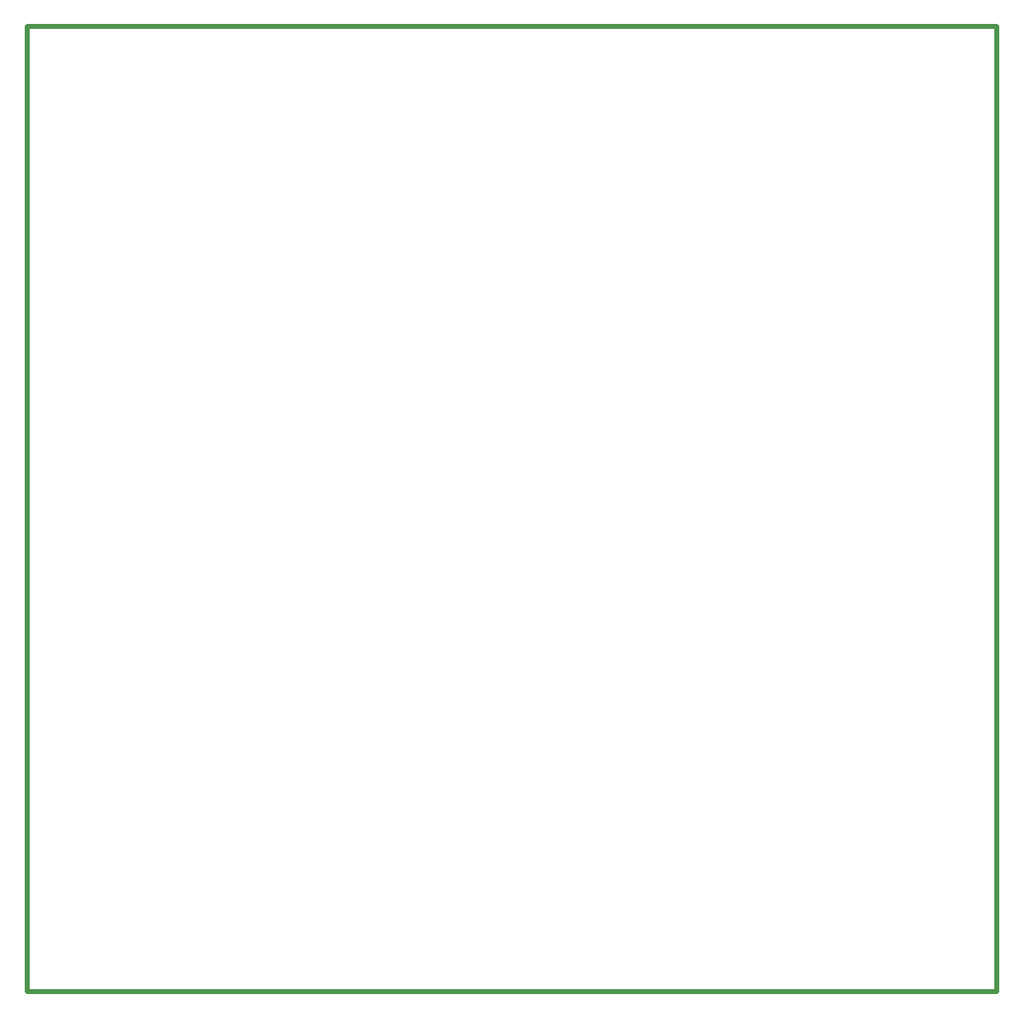
<source format=gko>
G04 Layer_Color=16711935*
%FSLAX25Y25*%
%MOIN*%
G70*
G01*
G75*
%ADD12C,0.01968*%
D12*
X1181102Y791339D02*
Y1181102D01*
X1570866D02*
X1573032D01*
X1181102D02*
X1570866D01*
X1573032Y791339D02*
Y1181102D01*
X1181102Y791339D02*
X1573032D01*
M02*

</source>
